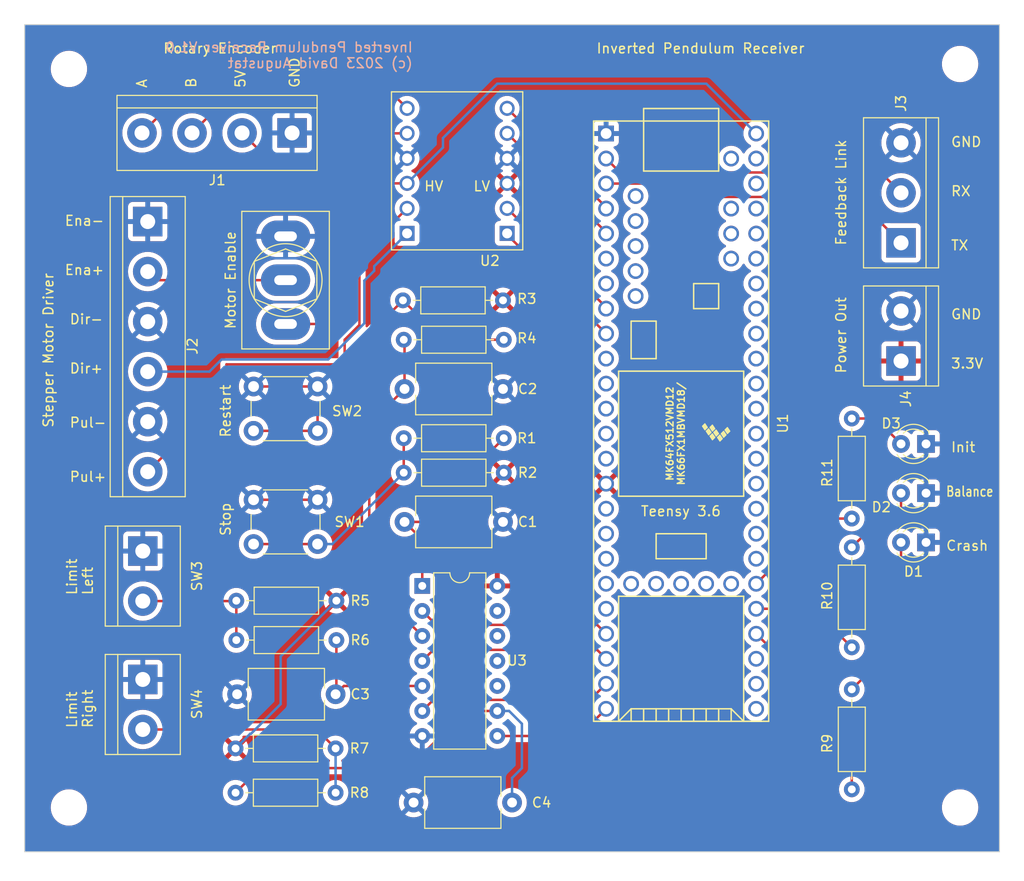
<source format=kicad_pcb>
(kicad_pcb (version 20221018) (generator pcbnew)
  (layers (0 "F.Cu" signal) (31 "B.Cu" signal) (34 "B.Paste" user) (35 "F.Paste" user) (36 "B.SilkS" user "B.Silkscreen") (37 "F.SilkS" user "F.Silkscreen") (38 "B.Mask" user) (39 "F.Mask" user) (44 "Edge.Cuts" user))
  (net 0 "")
  (net 1 "Net-(C1-Pad1)")
  (net 2 "GND")
  (net 3 "Net-(C2-Pad1)")
  (net 4 "Net-(C3-Pad1)")
  (net 5 "Net-(C4-Pad1)")
  (net 6 "Net-(D1-A)")
  (net 7 "Net-(D2-A)")
  (net 8 "Net-(D3-A)")
  (net 9 "Net-(J1-Pin_2)")
  (net 10 "Net-(J1-Pin_3)")
  (net 11 "Net-(J1-Pin_4)")
  (net 12 "Net-(J2-Pin_2)")
  (net 13 "Net-(J2-Pin_4)")
  (net 14 "Net-(J2-Pin_6)")
  (net 15 "Net-(J3-Pin_1)")
  (net 16 "Net-(J3-Pin_2)")
  (net 17 "Net-(R1-Pad1)")
  (net 18 "VCC")
  (net 19 "Net-(R3-Pad2)")
  (net 20 "Net-(R5-Pad2)")
  (net 21 "Net-(R7-Pad2)")
  (net 22 "Net-(U1-36_A17_PWM)")
  (net 23 "Net-(U1-37_A18_PWM_SCL1)")
  (net 24 "Net-(U1-38_A19_PWM_SDA1)")
  (net 31 "Net-(U1-29_PWM_CAN0TX_TOUCH)")
  (net 32 "Net-(U1-30_PWM_CAN0RX_TOUCH)")
  (net 33 "Net-(U1-31_A12_RX4_CS1)")
  (net 34 "Net-(U1-32_A13_TX4_SCK1)")
  (net 48 "Net-(U1-7_RX3_MISO0_SCL0)")
  (net 49 "Net-(U1-6_PWM)")
  (net 52 "Net-(U1-3_PWM_CAN0TX_SCL2)")
  (net 53 "Net-(U1-2_PWM)")
  (footprint "LED_THT:LED_D3.0mm" (layer "F.Cu") (at 187.54 111.08 180)
    (fp_text reference "D1" (at 1.27 -2.96) (layer "F.SilkS"))
    (fp_text value "LED")
    (pad "1" thru_hole rect (at 0 0 180) (size 1.8 1.8) (drill 0.9) (layers "*.Cu" "*.Mask") (net 2 "GND"))
    (pad "2" thru_hole circle (at 2.54 0 180) (size 1.8 1.8) (drill 0.9) (layers "*.Cu" "*.Mask") (net 6 "Net-(D1-A)"))
  )
  (footprint "Resistor_THT:R_Axial_DIN0207_L6.3mm_D2.5mm_P10.16mm_Horizontal" (layer "F.Cu") (at 117.42 132)
    (fp_text reference "R7" (at 12.58 0) (layer "F.SilkS"))
    (fp_text value "10k")
    (pad "1" thru_hole circle (at 0 0) (size 1.6 1.6) (drill 0.8) (layers "*.Cu" "*.Mask") (net 18 "VCC"))
    (pad "2" thru_hole oval (at 10.16 0) (size 1.6 1.6) (drill 0.8) (layers "*.Cu" "*.Mask") (net 21 "Net-(R7-Pad2)"))
  )
  (footprint "Capacitor_THT:C_Disc_D7.5mm_W5.0mm_P10.00mm" (layer "F.Cu") (at 134.58 109)
    (fp_text reference "C1" (at 12.5 0) (layer "F.SilkS"))
    (fp_text value "100nF")
    (pad "1" thru_hole circle (at 0 0) (size 2 2) (drill 1) (layers "*.Cu" "*.Mask") (net 1 "Net-(C1-Pad1)"))
    (pad "2" thru_hole circle (at 10 0) (size 2 2) (drill 1) (layers "*.Cu" "*.Mask") (net 2 "GND"))
  )
  (footprint "TerminalBlock:TerminalBlock_bornier-3_P5.08mm" (layer "F.Cu") (at 185 80.66 90)
    (fp_text reference "J3" (at 14.16 0 90) (layer "F.SilkS"))
    (fp_text value "Screw_Terminal_01x03")
    (pad "1" thru_hole rect (at 0 0 90) (size 3 3) (drill 1.52) (layers "*.Cu" "*.Mask") (net 15 "Net-(J3-Pin_1)"))
    (pad "2" thru_hole circle (at 5.08 0 90) (size 3 3) (drill 1.52) (layers "*.Cu" "*.Mask") (net 16 "Net-(J3-Pin_2)"))
    (pad "3" thru_hole circle (at 10.16 0 90) (size 3 3) (drill 1.52) (layers "*.Cu" "*.Mask") (net 2 "GND"))
  )
  (footprint "Resistor_THT:R_Axial_DIN0207_L6.3mm_D2.5mm_P10.16mm_Horizontal" (layer "F.Cu") (at 144.58 86.5 180)
    (fp_text reference "R3" (at -2.42 0.15) (layer "F.SilkS"))
    (fp_text value "10k")
    (pad "1" thru_hole circle (at 0 0 180) (size 1.6 1.6) (drill 0.8) (layers "*.Cu" "*.Mask") (net 18 "VCC"))
    (pad "2" thru_hole oval (at 10.16 0 180) (size 1.6 1.6) (drill 0.8) (layers "*.Cu" "*.Mask") (net 19 "Net-(R3-Pad2)"))
  )
  (footprint "Resistor_THT:R_Axial_DIN0207_L6.3mm_D2.5mm_P10.16mm_Horizontal" (layer "F.Cu") (at 180 126 -90)
    (fp_text reference "R9" (at 5.5 2.5 90) (layer "F.SilkS"))
    (fp_text value "82R")
    (pad "1" thru_hole circle (at 0 0 270) (size 1.6 1.6) (drill 0.8) (layers "*.Cu" "*.Mask") (net 6 "Net-(D1-A)"))
    (pad "2" thru_hole oval (at 10.16 0 270) (size 1.6 1.6) (drill 0.8) (layers "*.Cu" "*.Mask") (net 22 "Net-(U1-36_A17_PWM)"))
  )
  (footprint "Resistor_THT:R_Axial_DIN0207_L6.3mm_D2.5mm_P10.16mm_Horizontal" (layer "F.Cu") (at 134.5 100.5)
    (fp_text reference "R1" (at 12.5 0) (layer "F.SilkS"))
    (fp_text value "1k")
    (pad "1" thru_hole circle (at 0 0) (size 1.6 1.6) (drill 0.8) (layers "*.Cu" "*.Mask") (net 17 "Net-(R1-Pad1)"))
    (pad "2" thru_hole oval (at 10.16 0) (size 1.6 1.6) (drill 0.8) (layers "*.Cu" "*.Mask") (net 1 "Net-(C1-Pad1)"))
  )
  (footprint "Resistor_THT:R_Axial_DIN0207_L6.3mm_D2.5mm_P10.16mm_Horizontal" (layer "F.Cu") (at 180 98.5 -90)
    (fp_text reference "R11" (at 5.5 2.5 90) (layer "F.SilkS"))
    (fp_text value "82R")
    (pad "1" thru_hole circle (at 0 0 270) (size 1.6 1.6) (drill 0.8) (layers "*.Cu" "*.Mask") (net 8 "Net-(D3-A)"))
    (pad "2" thru_hole oval (at 10.16 0 270) (size 1.6 1.6) (drill 0.8) (layers "*.Cu" "*.Mask") (net 24 "Net-(U1-38_A19_PWM_SDA1)"))
  )
  (footprint "BOB-12009:CONV_BOB-12009" (layer "F.Cu") (at 139.92 73.35 180)
    (fp_text reference "U2" (at -3.325 -9.135) (layer "F.SilkS"))
    (fp_text value "BOB-12009")
    (pad "GND_1" thru_hole circle (at 5.08 1.27 180) (size 1.524 1.524) (drill 1.016) (layers "*.Cu" "*.Mask") (net 2 "GND"))
    (pad "GND_2" thru_hole circle (at -5.08 1.27 180) (size 1.524 1.524) (drill 1.016) (layers "*.Cu" "*.Mask") (net 2 "GND"))
    (pad "HV" thru_hole circle (at 5.08 -1.27 180) (size 1.524 1.524) (drill 1.016) (layers "*.Cu" "*.Mask") (net 9 "Net-(J1-Pin_2)"))
    (pad "HV1" thru_hole rect (at 5.08 -6.35 180) (size 1.524 1.524) (drill 1.016) (layers "*.Cu" "*.Mask") (net 13 "Net-(J2-Pin_4)"))
    (pad "HV2" thru_hole circle (at 5.08 -3.81 180) (size 1.524 1.524) (drill 1.016) (layers "*.Cu" "*.Mask") (net 14 "Net-(J2-Pin_6)"))
    (pad "HV3" thru_hole circle (at 5.08 3.81 180) (size 1.524 1.524) (drill 1.016) (layers "*.Cu" "*.Mask") (net 10 "Net-(J1-Pin_3)"))
    (pad "HV4" thru_hole circle (at 5.08 6.35 180) (size 1.524 1.524) (drill 1.016) (layers "*.Cu" "*.Mask") (net 11 "Net-(J1-Pin_4)"))
    (pad "LV" thru_hole circle (at -5.08 -1.27 180) (size 1.524 1.524) (drill 1.016) (layers "*.Cu" "*.Mask") (net 18 "VCC"))
    (pad "LV1" thru_hole rect (at -5.08 -6.35 180) (size 1.524 1.524) (drill 1.016) (layers "*.Cu" "*.Mask") (net 48 "Net-(U1-7_RX3_MISO0_SCL0)"))
    (pad "LV2" thru_hole circle (at -5.08 -3.81 180) (size 1.524 1.524) (drill 1.016) (layers "*.Cu" "*.Mask") (net 49 "Net-(U1-6_PWM)"))
    (pad "LV3" thru_hole circle (at -5.08 3.81 180) (size 1.524 1.524) (drill 1.016) (layers "*.Cu" "*.Mask") (net 52 "Net-(U1-3_PWM_CAN0TX_SCL2)"))
    (pad "LV4" thru_hole circle (at -5.08 6.35 180) (size 1.524 1.524) (drill 1.016) (layers "*.Cu" "*.Mask") (net 53 "Net-(U1-2_PWM)"))
  )
  (footprint "Resistor_THT:R_Axial_DIN0207_L6.3mm_D2.5mm_P10.16mm_Horizontal" (layer "F.Cu") (at 144.66 90.5 180)
    (fp_text reference "R4" (at -2.34 0.15) (layer "F.SilkS"))
    (fp_text value "1k")
    (pad "1" thru_hole circle (at 0 0 180) (size 1.6 1.6) (drill 0.8) (layers "*.Cu" "*.Mask") (net 19 "Net-(R3-Pad2)"))
    (pad "2" thru_hole oval (at 10.16 0 180) (size 1.6 1.6) (drill 0.8) (layers "*.Cu" "*.Mask") (net 3 "Net-(C2-Pad1)"))
  )
  (footprint "TerminalBlock:TerminalBlock_bornier-6_P5.08mm" (layer "F.Cu") (at 108.5 78.5 -90)
    (fp_text reference "J2" (at 12.65 -4.55 90) (layer "F.SilkS"))
    (fp_text value "Screw_Terminal_01x06 Motor")
    (pad "1" thru_hole rect (at 0 0 270) (size 3 3) (drill 1.52) (layers "*.Cu" "*.Mask") (net 2 "GND"))
    (pad "2" thru_hole circle (at 5.08 0 270) (size 3 3) (drill 1.52) (layers "*.Cu" "*.Mask") (net 12 "Net-(J2-Pin_2)"))
    (pad "3" thru_hole circle (at 10.16 0 270) (size 3 3) (drill 1.52) (layers "*.Cu" "*.Mask") (net 2 "GND"))
    (pad "4" thru_hole circle (at 15.24 0 270) (size 3 3) (drill 1.52) (layers "*.Cu" "*.Mask") (net 13 "Net-(J2-Pin_4)"))
    (pad "5" thru_hole circle (at 20.32 0 270) (size 3 3) (drill 1.52) (layers "*.Cu" "*.Mask") (net 2 "GND"))
    (pad "6" thru_hole circle (at 25.4 0 270) (size 3 3) (drill 1.52) (layers "*.Cu" "*.Mask") (net 14 "Net-(J2-Pin_6)"))
  )
  (footprint "LED_THT:LED_D3.0mm" (layer "F.Cu") (at 187.54 106.08 180)
    (fp_text reference "D2" (at 4.54 -1.42) (layer "F.SilkS"))
    (fp_text value "LED")
    (pad "1" thru_hole rect (at 0 0 180) (size 1.8 1.8) (drill 0.9) (layers "*.Cu" "*.Mask") (net 2 "GND"))
    (pad "2" thru_hole circle (at 2.54 0 180) (size 1.8 1.8) (drill 0.9) (layers "*.Cu" "*.Mask") (net 7 "Net-(D2-A)"))
  )
  (footprint "Resistor_THT:R_Axial_DIN0207_L6.3mm_D2.5mm_P10.16mm_Horizontal" (layer "F.Cu") (at 127.58 136.5 180)
    (fp_text reference "R8" (at -2.42 0) (layer "F.SilkS"))
    (fp_text value "1k")
    (pad "1" thru_hole circle (at 0 0 180) (size 1.6 1.6) (drill 0.8) (layers "*.Cu" "*.Mask") (net 21 "Net-(R7-Pad2)"))
    (pad "2" thru_hole oval (at 10.16 0 180) (size 1.6 1.6) (drill 0.8) (layers "*.Cu" "*.Mask") (net 5 "Net-(C4-Pad1)"))
  )
  (footprint "TerminalBlock:TerminalBlock_bornier-4_P5.08mm" (layer "F.Cu") (at 123.16 69.5 180)
    (fp_text reference "J1" (at 7.6 -4.8) (layer "F.SilkS"))
    (fp_text value "Screw_Terminal_01x04 Enc")
    (pad "1" thru_hole rect (at 0 0 180) (size 3 3) (drill 1.52) (layers "*.Cu" "*.Mask") (net 2 "GND"))
    (pad "2" thru_hole circle (at 5.08 0 180) (size 3 3) (drill 1.52) (layers "*.Cu" "*.Mask") (net 9 "Net-(J1-Pin_2)"))
    (pad "3" thru_hole circle (at 10.16 0 180) (size 3 3) (drill 1.52) (layers "*.Cu" "*.Mask") (net 10 "Net-(J1-Pin_3)"))
    (pad "4" thru_hole circle (at 15.24 0 180) (size 3 3) (drill 1.52) (layers "*.Cu" "*.Mask") (net 11 "Net-(J1-Pin_4)"))
  )
  (footprint "Capacitor_THT:C_Disc_D7.5mm_W5.0mm_P10.00mm" (layer "F.Cu") (at 145.5 137.5 180)
    (fp_text reference "C4" (at -3 0) (layer "F.SilkS"))
    (fp_text value "100nF")
    (pad "1" thru_hole circle (at 0 0 180) (size 2 2) (drill 1) (layers "*.Cu" "*.Mask") (net 5 "Net-(C4-Pad1)"))
    (pad "2" thru_hole circle (at 10 0 180) (size 2 2) (drill 1) (layers "*.Cu" "*.Mask") (net 2 "GND"))
  )
  (footprint "TerminalBlock:TerminalBlock_bornier-2_P5.08mm" (layer "F.Cu") (at 185 92.66 90)
    (fp_text reference "J4" (at -3.84 0.5 90) (layer "F.SilkS"))
    (fp_text value "Screw_Terminal_01x02")
    (pad "1" thru_hole rect (at 0 0 90) (size 3 3) (drill 1.52) (layers "*.Cu" "*.Mask") (net 18 "VCC"))
    (pad "2" thru_hole circle (at 5.08 0 90) (size 3 3) (drill 1.52) (layers "*.Cu" "*.Mask") (net 2 "GND"))
  )
  (footprint "teensy.pretty-master:Teensy35_36" (layer "F.Cu") (at 162.67 98.77 -90)
    (fp_text reference "U1" (at 0.23 -10.33 90) (layer "F.SilkS"))
    (fp_text value "Teensy3.6")
    (fp_text user "MK64FX512VMD12" (at 1.27 1.143 90) (layer "F.SilkS") (effects (font (size 0.7 0.7))))
    (fp_text user "MK66FX1MBVMD18/" (at 1.27 0 90) (layer "F.SilkS") (effects (font (size 0.7 0.7))))
    (pad "1" thru_hole rect (at -29.21 7.62 270) (size 1.6 1.6) (drill 1.1) (layers "*.Cu" "*.Mask") (net 2 "GND"))
    (pad "2" thru_hole circle (at -26.67 7.62 270) (size 1.6 1.6) (drill 1.1) (layers "*.Cu" "*.Mask") (net 16 "Net-(J3-Pin_2)"))
    (pad "3" thru_hole circle (at -24.13 7.62 270) (size 1.6 1.6) (drill 1.1) (layers "*.Cu" "*.Mask") (net 15 "Net-(J3-Pin_1)"))
    (pad "4" thru_hole circle (at -21.59 7.62 270) (size 1.6 1.6) (drill 1.1) (layers "*.Cu" "*.Mask") (net 53 "Net-(U1-2_PWM)"))
    (pad "5" thru_hole circle (at -19.05 7.62 270) (size 1.6 1.6) (drill 1.1) (layers "*.Cu" "*.Mask") (net 52 "Net-(U1-3_PWM_CAN0TX_SCL2)"))
    (pad "6" thru_hole circle (at -16.51 7.62 270) (size 1.6 1.6) (drill 1.1) (layers "*.Cu" "*.Mask"))
    (pad "7" thru_hole circle (at -13.97 7.62 270) (size 1.6 1.6) (drill 1.1) (layers "*.Cu" "*.Mask"))
    (pad "8" thru_hole circle (at -11.43 7.62 270) (size 1.6 1.6) (drill 1.1) (layers "*.Cu" "*.Mask") (net 49 "Net-(U1-6_PWM)"))
    (pad "9" thru_hole circle (at -8.89 7.62 270) (size 1.6 1.6) (drill 1.1) (layers "*.Cu" "*.Mask") (net 48 "Net-(U1-7_RX3_MISO0_SCL0)"))
    (pad "10" thru_hole circle (at -6.35 7.62 270) (size 1.6 1.6) (drill 1.1) (layers "*.Cu" "*.Mask"))
    (pad "11" thru_hole circle (at -3.81 7.62 270) (size 1.6 1.6) (drill 1.1) (layers "*.Cu" "*.Mask"))
    (pad "12" thru_hole circle (at -1.27 7.62 270) (size 1.6 1.6) (drill 1.1) (layers "*.Cu" "*.Mask"))
    (pad "13" thru_hole circle (at 1.27 7.62 270) (size 1.6 1.6) (drill 1.1) (layers "*.Cu" "*.Mask"))
    (pad "14" thru_hole circle (at 3.81 7.62 270) (size 1.6 1.6) (drill 1.1) (layers "*.Cu" "*.Mask"))
    (pad "15" thru_hole circle (at 6.35 7.62 270) (size 1.6 1.6) (drill 1.1) (layers "*.Cu" "*.Mask") (net 18 "VCC"))
    (pad "16" thru_hole circle (at 8.89 7.62 270) (size 1.6 1.6) (drill 1.1) (layers "*.Cu" "*.Mask"))
    (pad "17" thru_hole circle (at 11.43 7.62 270) (size 1.6 1.6) (drill 1.1) (layers "*.Cu" "*.Mask"))
    (pad "18" thru_hole circle (at 13.97 7.62 270) (size 1.6 1.6) (drill 1.1) (layers "*.Cu" "*.Mask"))
    (pad "19" thru_hole circle (at 16.51 7.62 270) (size 1.6 1.6) (drill 1.1) (layers "*.Cu" "*.Mask"))
    (pad "20" thru_hole circle (at 19.05 7.62 270) (size 1.6 1.6) (drill 1.1) (layers "*.Cu" "*.Mask"))
    (pad "21" thru_hole circle (at 21.59 7.62 270) (size 1.6 1.6) (drill 1.1) (layers "*.Cu" "*.Mask") (net 31 "Net-(U1-29_PWM_CAN0TX_TOUCH)"))
    (pad "22" thru_hole circle (at 24.13 7.62 270) (size 1.6 1.6) (drill 1.1) (layers "*.Cu" "*.Mask") (net 32 "Net-(U1-30_PWM_CAN0RX_TOUCH)"))
    (pad "23" thru_hole circle (at 26.67 7.62 270) (size 1.6 1.6) (drill 1.1) (layers "*.Cu" "*.Mask") (net 33 "Net-(U1-31_A12_RX4_CS1)"))
    (pad "24" thru_hole circle (at 29.21 7.62 270) (size 1.6 1.6) (drill 1.1) (layers "*.Cu" "*.Mask") (net 34 "Net-(U1-32_A13_TX4_SCK1)"))
    (pad "25" thru_hole circle (at 16.51 5.08 270) (size 1.6 1.6) (drill 1.1) (layers "*.Cu" "*.Mask"))
    (pad "26" thru_hole circle (at 16.51 2.54 270) (size 1.6 1.6) (drill 1.1) (layers "*.Cu" "*.Mask"))
    (pad "27" thru_hole circle (at 16.51 0 270) (size 1.6 1.6) (drill 1.1) (layers "*.Cu" "*.Mask"))
    (pad "28" thru_hole circle (at 16.51 -2.54 270) (size 1.6 1.6) (drill 1.1) (layers "*.Cu" "*.Mask"))
    (pad "29" thru_hole circle (at 16.51 -5.08 270) (size 1.6 1.6) (drill 1.1) (layers "*.Cu" "*.Mask"))
    (pad "30" thru_hole circle (at 29.21 -7.62 270) (size 1.6 1.6) (drill 1.1) (layers "*.Cu" "*.Mask"))
    (pad "31" thru_hole circle (at 26.67 -7.62 270) (size 1.6 1.6) (drill 1.1) (layers "*.Cu" "*.Mask"))
    (pad "32" thru_hole circle (at 24.13 -7.62 270) (size 1.6 1.6) (drill 1.1) (layers "*.Cu" "*.Mask"))
    (pad "33" thru_hole circle (at 21.59 -7.62 270) (size 1.6 1.6) (drill 1.1) (layers "*.Cu" "*.Mask") (net 22 "Net-(U1-36_A17_PWM)"))
    (pad "34" thru_hole circle (at 19.05 -7.62 270) (size 1.6 1.6) (drill 1.1) (layers "*.Cu" "*.Mask") (net 23 "Net-(U1-37_A18_PWM_SCL1)"))
    (pad "35" thru_hole circle (at 16.51 -7.62 270) (size 1.6 1.6) (drill 1.1) (layers "*.Cu" "*.Mask") (net 24 "Net-(U1-38_A19_PWM_SDA1)"))
    (pad "36" thru_hole circle (at 13.97 -7.62 270) (size 1.6 1.6) (drill 1.1) (layers "*.Cu" "*.Mask"))
    (pad "37" thru_hole circle (at 11.43 -7.62 270) (size 1.6 1.6) (drill 1.1) (layers "*.Cu" "*.Mask"))
    (pad "38" thru_hole circle (at 8.89 -7.62 270) (size 1.6 1.6) (drill 1.1) (layers "*.Cu" "*.Mask"))
    (pad "39" thru_hole circle (at 6.35 -7.62 270) (size 1.6 1.6) (drill 1.1) (layers "*.Cu" "*.Mask"))
    (pad "40" thru_hole circle (at 3.81 -7.62 270) (size 1.6 1.6) (drill 1.1) (layers "*.Cu" "*.Mask"))
    (pad "41" thru_hole circle (at 1.27 -7.62 270) (size 1.6 1.6) (drill 1.1) (layers "*.Cu" "*.Mask"))
    (pad "42" thru_hole circle (at -1.27 -7.62 270) (size 1.6 1.6) (drill 1.1) (layers "*.Cu" "*.Mask"))
    (pad "43" thru_hole circle (at -3.81 -7.62 270) (size 1.6 1.6) (drill 1.1) (layers "*.Cu" "*.Mask"))
    (pad "44" thru_hole circle (at -6.35 -7.62 270) (size 1.6 1.6) (drill 1.1) (layers "*.Cu" "*.Mask"))
    (pad "45" thru_hole circle (at -8.89 -7.62 270) (size 1.6 1.6) (drill 1.1) (layers "*.Cu" "*.Mask"))
    (pad "46" thru_hole circle (at -11.43 -7.62 270) (size 1.6 1.6) (drill 1.1) (layers "*.Cu" "*.Mask"))
    (pad "47" thru_hole circle (at -13.97 -7.62 270) (size 1.6 1.6) (drill 1.1) (layers "*.Cu" "*.Mask"))
    (pad "48" thru_hole circle (at -16.51 -7.62 270) (size 1.6 1.6) (drill 1.1) (layers "*.Cu" "*.Mask"))
    (pad "49" thru_hole circle (at -19.05 -7.62 270) (size 1.6 1.6) (drill 1.1) (layers "*.Cu" "*.Mask"))
    (pad "50" thru_hole circle (at -21.59 -7.62 270) (size 1.6 1.6) (drill 1.1) (layers "*.Cu" "*.Mask"))
    (pad "51" thru_hole circle (at -24.13 -7.62 270) (size 1.6 1.6) (drill 1.1) (layers "*.Cu" "*.Mask"))
    (pad "52" thru_hole circle (at -26.67 -7.62 270) (size 1.6 1.6) (drill 1.1) (layers "*.Cu" "*.Mask"))
    (pad "53" thru_hole circle (at -29.21 -7.62 270) (size 1.6 1.6) (drill 1.1) (layers "*.Cu" "*.Mask") (net 9 "Net-(J1-Pin_2)"))
    (pad "54" thru_hole circle (at -26.67 -5.08 270) (size 1.6 1.6) (drill 1.1) (layers "*.Cu" "*.Mask"))
    (pad "55" thru_hole circle (at -21.59 -5.08 270) (size 1.6 1.6) (drill 1.1) (layers "*.Cu" "*.Mask"))
    (pad "56" thru_hole circle (at -19.05 -5.08 270) (size 1.6 1.6) (drill 1.1) (layers "*.Cu" "*.Mask"))
    (pad "57" thru_hole circle (at -16.51 -5.08 270) (size 1.6 1.6) (drill 1.1) (layers "*.Cu" "*.Mask"))
    (pad "58" thru_hole circle (at -22.86 4.62 270) (size 1.6 1.6) (drill 1.1) (layers "*.Cu" "*.Mask"))
    (pad "59" thru_hole circle (at -20.32 4.62 270) (size 1.6 1.6) (drill 1.1) (layers "*.Cu" "*.Mask"))
    (pad "60" thru_hole circle (at -17.78 4.62 270) (size 1.6 1.6) (drill 1.1) (layers "*.Cu" "*.Mask"))
    (pad "61" thru_hole circle (at -15.24 4.62 270) (size 1.6 1.6) (drill 1.1) (layers "*.Cu" "*.Mask"))
    (pad "62" thru_hole circle (at -12.7 4.62 270) (size 1.6 1.6) (drill 1.1) (layers "*.Cu" "*.Mask"))
  )
  (footprint "LED_THT:LED_D3.0mm" (layer "F.Cu") (at 187.54 101.08 180)
    (fp_text reference "D3" (at 3.54 2.08) (layer "F.SilkS"))
    (fp_text value "LED")
    (pad "1" thru_hole rect (at 0 0 180) (size 1.8 1.8) (drill 0.9) (layers "*.Cu" "*.Mask") (net 2 "GND"))
    (pad "2" thru_hole circle (at 2.54 0 180) (size 1.8 1.8) (drill 0.9) (layers "*.Cu" "*.Mask") (net 8 "Net-(D3-A)"))
  )
  (footprint "TerminalBlock:TerminalBlock_bornier-2_P5.08mm" (layer "F.Cu") (at 108 125 -90)
    (fp_text reference "SW4" (at 2.5 -5.5 90) (layer "F.SilkS"))
    (fp_text value "SW_Push")
    (pad "1" thru_hole rect (at 0 0 270) (size 3 3) (drill 1.52) (layers "*.Cu" "*.Mask") (net 2 "GND"))
    (pad "2" thru_hole circle (at 5.08 0 270) (size 3 3) (drill 1.52) (layers "*.Cu" "*.Mask") (net 21 "Net-(R7-Pad2)"))
  )
  (footprint "Resistor_THT:R_Axial_DIN0207_L6.3mm_D2.5mm_P10.16mm_Horizontal" (layer "F.Cu") (at 144.66 104 180)
    (fp_text reference "R2" (at -2.42 0) (layer "F.SilkS"))
    (fp_text value "10k")
    (pad "1" thru_hole circle (at 0 0 180) (size 1.6 1.6) (drill 0.8) (layers "*.Cu" "*.Mask") (net 18 "VCC"))
    (pad "2" thru_hole oval (at 10.16 0 180) (size 1.6 1.6) (drill 0.8) (layers "*.Cu" "*.Mask") (net 17 "Net-(R1-Pad1)"))
  )
  (footprint "Package_DIP:DIP-14_W7.62mm" (layer "F.Cu") (at 136.38 115.5)
    (fp_text reference "U3" (at 9.62 7.58) (layer "F.SilkS"))
    (fp_text value "74HC14")
    (pad "1" thru_hole rect (at 0 0) (size 1.6 1.6) (drill 0.8) (layers "*.Cu" "*.Mask") (net 1 "Net-(C1-Pad1)"))
    (pad "2" thru_hole oval (at 0 2.54) (size 1.6 1.6) (drill 0.8) (layers "*.Cu" "*.Mask") (net 31 "Net-(U1-29_PWM_CAN0TX_TOUCH)"))
    (pad "3" thru_hole oval (at 0 5.08) (size 1.6 1.6) (drill 0.8) (layers "*.Cu" "*.Mask") (net 3 "Net-(C2-Pad1)"))
    (pad "4" thru_hole oval (at 0 7.62) (size 1.6 1.6) (drill 0.8) (layers "*.Cu" "*.Mask") (net 32 "Net-(U1-30_PWM_CAN0RX_TOUCH)"))
    (pad "5" thru_hole oval (at 0 10.16) (size 1.6 1.6) (drill 0.8) (layers "*.Cu" "*.Mask") (net 4 "Net-(C3-Pad1)"))
    (pad "6" thru_hole oval (at 0 12.7) (size 1.6 1.6) (drill 0.8) (layers "*.Cu" "*.Mask") (net 33 "Net-(U1-31_A12_RX4_CS1)"))
    (pad "7" thru_hole oval (at 0 15.24) (size 1.6 1.6) (drill 0.8) (layers "*.Cu" "*.Mask") (net 2 "GND"))
    (pad "8" thru_hole oval (at 7.62 15.24) (size 1.6 1.6) (drill 0.8) (layers "*.Cu" "*.Mask") (net 34 "Net-(U1-32_A13_TX4_SCK1)"))
    (pad "9" thru_hole oval (at 7.62 12.7) (size 1.6 1.6) (drill 0.8) (layers "*.Cu" "*.Mask") (net 5 "Net-(C4-Pad1)"))
    (pad "10" thru_hole oval (at 7.62 10.16) (size 1.6 1.6) (drill 0.8) (layers "*.Cu" "*.Mask"))
    (pad "11" thru_hole oval (at 7.62 7.62) (size 1.6 1.6) (drill 0.8) (layers "*.Cu" "*.Mask"))
    (pad "12" thru_hole oval (at 7.62 5.08) (size 1.6 1.6) (drill 0.8) (layers "*.Cu" "*.Mask"))
    (pad "13" thru_hole oval (at 7.62 2.54) (size 1.6 1.6) (drill 0.8) (layers "*.Cu" "*.Mask"))
    (pad "14" thru_hole oval (at 7.62 0) (size 1.6 1.6) (drill 0.8) (layers "*.Cu" "*.Mask") (net 18 "VCC"))
  )
  (footprint "Capacitor_THT:C_Disc_D7.5mm_W5.0mm_P10.00mm" (layer "F.Cu") (at 134.58 95.5)
    (fp_text reference "C2" (at 12.5 0) (layer "F.SilkS"))
    (fp_text value "100nF")
    (pad "1" thru_hole circle (at 0 0) (size 2 2) (drill 1) (layers "*.Cu" "*.Mask") (net 3 "Net-(C2-Pad1)"))
    (pad "2" thru_hole circle (at 10 0) (size 2 2) (drill 1) (layers "*.Cu" "*.Mask") (net 2 "GND"))
  )
  (footprint "MountingHole:MountingHole_3.2mm_M3" (layer "F.Cu") (at 100.5 138)
    (fp_text reference "REF**" hide)
    (fp_text value "MountingHole_3.2mm_M3")
    (pad "" np_thru_hole circle (at 0 0) (size 3.2 3.2) (drill 3.2) (layers "*.Cu" "*.Mask"))
  )
  (footprint "Resistor_THT:R_Axial_DIN0207_L6.3mm_D2.5mm_P10.16mm_Horizontal" (layer "F.Cu") (at 180 111.58 -90)
    (fp_text reference "R10" (at 4.92 2.5 90) (layer "F.SilkS"))
    (fp_text value "82R")
    (pad "1" thru_hole circle (at 0 0 270) (size 1.6 1.6) (drill 0.8) (layers "*.Cu" "*.Mask") (net 7 "Net-(D2-A)"))
    (pad "2" thru_hole oval (at 10.16 0 270) (size 1.6 1.6) (drill 0.8) (layers "*.Cu" "*.Mask") (net 23 "Net-(U1-37_A18_PWM_SCL1)"))
  )
  (footprint "MountingHole:MountingHole_3.2mm_M3" (layer "F.Cu") (at 100.5 63)
    (fp_text reference "REF**" hide)
    (fp_text value "MountingHole_3.2mm_M3")
    (pad "" np_thru_hole circle (at 0 0) (size 3.2 3.2) (drill 3.2) (layers "*.Cu" "*.Mask"))
  )
  (footprint "TerminalBlock:TerminalBlock_bornier-2_P5.08mm" (layer "F.Cu") (at 108 111.96 -90)
    (fp_text reference "SW3" (at 2.54 -5.5 90) (layer "F.SilkS"))
    (fp_text value "SW_Push")
    (pad "1" thru_hole rect (at 0 0 270) (size 3 3) (drill 1.52) (layers "*.Cu" "*.Mask") (net 2 "GND"))
    (pad "2" thru_hole circle (at 5.08 0 270) (size 3 3) (drill 1.52) (layers "*.Cu" "*.Mask") (net 20 "Net-(R5-Pad2)"))
  )
  (footprint "Button_Switch_THT:SW_PUSH_6mm_H5mm" (layer "F.Cu") (at 119.25 95.25)
    (fp_text reference "SW2" (at 9.5 2.5) (layer "F.SilkS"))
    (fp_text value "SW_Push")
    (pad "1" thru_hole circle (at 0 0 90) (size 2 2) (drill 1.1) (layers "*.Cu" "*.Mask") (net 2 "GND"))
    (pad "1" thru_hole circle (at 6.5 0 90) (size 2 2) (drill 1.1) (layers "*.Cu" "*.Mask") (net 2 "GND"))
    (pad "2" thru_hole circle (at 0 4.5 90) (size 2 2) (drill 1.1) (layers "*.Cu" "*.Mask") (net 19 "Net-(R3-Pad2)"))
    (pad "2" thru_hole circle (at 6.5 4.5 90) (size 2 2) (drill 1.1) (layers "*.Cu" "*.Mask") (net 19 "Net-(R3-Pad2)"))
  )
  (footprint "toggle-switch:SW_Toggle_Blue_wSlots" (layer "F.Cu") (at 122.5 84.45 90)
    (fp_text reference "SW5" hide)
    (fp_text value "SW_DPDT_x2")
    (pad "1" thru_hole oval (at -4.45 0 90) (size 3.2 5) (drill oval 1 2.3) (layers "*.Cu" "*.Mask") (net 9 "Net-(J1-Pin_2)"))
    (pad "2" thru_hole oval (at 0 0 90) (size 3.2 5) (drill oval 1 2.3) (layers "*.Cu" "*.Mask") (net 12 "Net-(J2-Pin_2)"))
    (pad "3" thru_hole oval (at 4.45 0 90) (size 3.2 5) (drill oval 1 2.3) (layers "*.Cu" "*.Mask") (net 2 "GND"))
  )
  (footprint "MountingHole:MountingHole_3.2mm_M3" (layer "F.Cu") (at 191 62.5)
    (fp_text reference "REF**" hide)
    (fp_text value "MountingHole_3.2mm_M3")
    (pad "" np_thru_hole circle (at 0 0) (size 3.2 3.2) (drill 3.2) (layers "*.Cu" "*.Mask"))
  )
  (footprint "Button_Switch_THT:SW_PUSH_6mm_H5mm" (layer "F.Cu") (at 119.25 106.75)
    (fp_text reference "SW1" (at 9.75 2.25) (layer "F.SilkS"))
    (fp_text value "SW_Push")
    (pad "1" thru_hole circle (at 0 0 90) (size 2 2) (drill 1.1) (layers "*.Cu" "*.Mask") (net 2 "GND"))
    (pad "1" thru_hole circle (at 6.5 0 90) (size 2 2) (drill 1.1) (layers "*.Cu" "*.Mask") (net 2 "GND"))
    (pad "2" thru_hole circle (at 0 4.5 90) (size 2 2) (drill 1.1) (layers "*.Cu" "*.Mask") (net 17 "Net-(R1-Pad1)"))
    (pad "2" thru_hole circle (at 6.5 4.5 90) (size 2 2) (drill 1.1) (layers "*.Cu" "*.Mask") (net 17 "Net-(R1-Pad1)"))
  )
  (footprint "Resistor_THT:R_Axial_DIN0207_L6.3mm_D2.5mm_P10.16mm_Horizontal" (layer "F.Cu") (at 117.5 121)
    (fp_text reference "R6" (at 12.58 0) (layer "F.SilkS"))
    (fp_text value "1k")
    (pad "1" thru_hole circle (at 0 0) (size 1.6 1.6) (drill 0.8) (layers "*.Cu" "*.Mask") (net 20 "Net-(R5-Pad2)"))
    (pad "2" thru_hole oval (at 10.16 0) (size 1.6 1.6) (drill 0.8) (layers "*.Cu" "*.Mask") (net 4 "Net-(C3-Pad1)"))
  )
  (footprint "MountingHole:MountingHole_3.2mm_M3" (layer "F.Cu") (at 191 138)
    (fp_text reference "REF**" hide)
    (fp_text value "MountingHole_3.2mm_M3")
    (pad "" np_thru_hole circle (at 0 0) (size 3.2 3.2) (drill 3.2) (layers "*.Cu" "*.Mask"))
  )
  (footprint "Resistor_THT:R_Axial_DIN0207_L6.3mm_D2.5mm_P10.16mm_Horizontal" (layer "F.Cu") (at 127.66 117 180)
    (fp_text reference "R5" (at -2.42 0) (layer "F.SilkS"))
    (fp_text value "10k")
    (pad "1" thru_hole circle (at 0 0 180) (size 1.6 1.6) (drill 0.8) (layers "*.Cu" "*.Mask") (net 18 "VCC"))
    (pad "2" thru_hole oval (at 10.16 0 180) (size 1.6 1.6) (drill 0.8) (layers "*.Cu" "*.Mask") (net 20 "Net-(R5-Pad2)"))
  )
  (footprint "Capacitor_THT:C_Disc_D7.5mm_W5.0mm_P10.00mm" (layer "F.Cu") (at 127.58 126.5 180)
    (fp_text reference "C3" (at -2.5 0) (layer "F.SilkS"))
    (fp_text value "100nF")
    (pad "1" thru_hole circle (at 0 0 180) (size 2 2) (drill 1) (layers "*.Cu" "*.Mask") (net 4 "Net-(C3-Pad1)"))
    (pad "2" thru_hole circle (at 10 0 180) (size 2 2) (drill 1) (layers "*.Cu" "*.Mask") (net 2 "GND"))
  )
  (gr_rect (start 96 58.5) (end 195 142.5) (stroke (width 0.1)) (fill none) (layer "Edge.Cuts"))
  (gr_text "Inverted Pendulum Receiver V1.0\n(c) 2023 David Augustat" (at 135.5 63) (layer "B.SilkS") (effects (font (size 1 1)) (justify left bottom mirror)))
  (gr_text "Balance" (at 189.5 106.5) (layer "F.SilkS") (effects (font (size 1 0.8)) (justify left bottom)))
  (gr_text "RX" (at 190 76) (layer "F.SilkS") (effects (font (size 1 1)) (justify left bottom)))
  (gr_text "Limit\nRight" (at 103 130 90) (layer "F.SilkS") (effects (font (size 1 1)) (justify left bottom)))
  (gr_text "Ena+" (at 100 84) (layer "F.SilkS") (effects (font (size 1 1)) (justify left bottom)))
  (gr_text "Dir+" (at 100.5 94) (layer "F.SilkS") (effects (font (size 1 1)) (justify left bottom)))
  (gr_text "Feedback Link" (at 179.5 81 90) (layer "F.SilkS") (effects (font (size 1 1)) (justify left bottom)))
  (gr_text "HV" (at 136.5 75.5) (layer "F.SilkS") (effects (font (size 1 1)) (justify left bottom)))
  (gr_text "Inverted Pendulum Receiver" (at 154 61.5) (layer "F.SilkS") (effects (font (size 1 1)) (justify left bottom)))
  (gr_text "Crash" (at 189.5 112) (layer "F.SilkS") (effects (font (size 1 1)) (justify left bottom)))
  (gr_text "Ena-" (at 100 79) (layer "F.SilkS") (effects (font (size 1 1)) (justify left bottom)))
  (gr_text "Pul+" (at 100.5 105) (layer "F.SilkS") (effects (font (size 1 1)) (justify left bottom)))
  (gr_text "Stepper Motor Driver" (at 99 99.5 90) (layer "F.SilkS") (effects (font (size 1 1)) (justify left bottom)))
  (gr_text "3.3V" (at 190 93.5) (layer "F.SilkS") (effects (font (size 1 1)) (justify left bottom)))
  (gr_text "Rotary Encoder" (at 110 61.5) (layer "F.SilkS") (effects (font (size 1 1)) (justify left bottom)))
  (gr_text "Motor Enable" (at 117.5 89.5 90) (layer "F.SilkS") (effects (font (size 1 1)) (justify left bottom)))
  (gr_text "B" (at 113.5 65 90) (layer "F.SilkS") (effects (font (size 1 1)) (justify left bottom)))
  (gr_text "TX" (at 190 81.5) (layer "F.SilkS") (effects (font (size 1 1)) (justify left bottom)))
  (gr_text "Pul-" (at 100.5 99.5) (layer "F.SilkS") (effects (font (size 1 1)) (justify left bottom)))
  (gr_text "GND" (at 124 65 90) (layer "F.SilkS") (effects (font (size 1 1)) (justify left bottom)))
  (gr_text "A" (at 108.5 65 90) (layer "F.SilkS") (effects (font (size 1 1)) (justify left bottom)))
  (gr_text "GND" (at 190 71) (layer "F.SilkS") (effects (font (size 1 1)) (justify left bottom)))
  (gr_text "Stop" (at 117 110.5 90) (layer "F.SilkS") (effects (font (size 1 1)) (justify left bottom)))
  (gr_text "Power Out" (at 179.5 94 90) (layer "F.SilkS") (effects (font (size 1 1)) (justify left bottom)))
  (gr_text "LV" (at 141.5 75.5) (layer "F.SilkS") (effects (font (size 1 1)) (justify left bottom)))
  (gr_text "Limit\nLeft" (at 103 116.5 90) (layer "F.SilkS") (effects (font (size 1 1)) (justify left bottom)))
  (gr_text "GND" (at 190 88.5) (layer "F.SilkS") (effects (font (size 1 1)) (justify left bottom)))
  (gr_text "Dir-" (at 100.5 89) (layer "F.SilkS") (effects (font (size 1 1)) (justify left bottom)))
  (gr_text "Teensy 3.6" (at 158.5 108.5) (layer "F.SilkS") (effects (font (size 1 1)) (justify left bottom)))
  (gr_text "5V" (at 118.5 65 90) (layer "F.SilkS") (effects (font (size 1 1)) (justify left bottom)))
  (gr_text "Init" (at 190 102) (layer "F.SilkS") (effects (font (size 1 1)) (justify left bottom)))
  (gr_text "Restart" (at 117 100.5 90) (layer "F.SilkS") (effects (font (size 1 1)) (justify left bottom)))
  (segment (start 134.58 109) (end 136.16 109) (width 0.25) (layer "F.Cu") (net 1))
  (segment (start 136.38 115.5) (end 136.38 110.8) (width 0.25) (layer "F.Cu") (net 1))
  (segment (start 136.16 109) (end 144.66 100.5) (width 0.25) (layer "F.Cu") (net 1))
  (segment (start 136.38 110.8) (end 134.58 109) (width 0.25) (layer "F.Cu") (net 1))
  (segment (start 119.25 95.25) (end 125.75 95.25) (width 0.25) (layer "F.Cu") (net 2))
  (segment (start 119.25 106.75) (end 125.75 106.75) (width 0.25) (layer "F.Cu") (net 2))
  (segment (start 131 115.2) (end 131 99) (width 0.25) (layer "F.Cu") (net 3))
  (segment (start 134.58 95.5) (end 134.58 90.58) (width 0.25) (layer "F.Cu") (net 3))
  (segment (start 131 99) (end 131.08 99) (width 0.25) (layer "F.Cu") (net 3))
  (segment (start 131.08 99) (end 134.58 95.5) (width 0.25) (layer "F.Cu") (net 3))
  (segment (start 136.38 120.58) (end 131 115.2) (width 0.25) (layer "F.Cu") (net 3))
  (segment (start 134.58 90.58) (end 134.5 90.5) (width 0.25) (layer "F.Cu") (net 3))
  (segment (start 136.38 125.66) (end 128.42 125.66) (width 0.25) (layer "F.Cu") (net 4))
  (segment (start 128.42 125.66) (end 127.58 126.5) (width 0.25) (layer "F.Cu") (net 4))
  (segment (start 127.66 126.42) (end 127.58 126.5) (width 0.25) (layer "F.Cu") (net 4))
  (segment (start 127.66 121) (end 127.66 126.42) (width 0.25) (layer "F.Cu") (net 4))
  (segment (start 135 134) (end 119.92 134) (width 0.25) (layer "F.Cu") (net 5))
  (segment (start 140.8 128.2) (end 135 134) (width 0.25) (layer "F.Cu") (net 5))
  (segment (start 119.92 134) (end 117.42 136.5) (width 0.25) (layer "F.Cu") (net 5))
  (segment (start 144 128.2) (end 140.8 128.2) (width 0.25) (layer "F.Cu") (net 5))
  (segment (start 146.5 129.5) (end 146.5 134) (width 0.25) (layer "B.Cu") (net 5))
  (segment (start 145.5 135) (end 145.5 137.5) (width 0.25) (layer "B.Cu") (net 5))
  (segment (start 146.5 134) (end 145.5 135) (width 0.25) (layer "B.Cu") (net 5))
  (segment (start 144 128.2) (end 145.2 128.2) (width 0.25) (layer "B.Cu") (net 5))
  (segment (start 145.2 128.2) (end 146.5 129.5) (width 0.25) (layer "B.Cu") (net 5))
  (segment (start 185 111.08) (end 185 121) (width 0.25) (layer "F.Cu") (net 6))
  (segment (start 185 121) (end 180 126) (width 0.25) (layer "F.Cu") (net 6))
  (segment (start 185 106.08) (end 185 107.5) (width 0.25) (layer "F.Cu") (net 7))
  (segment (start 185 107.5) (end 183 109.5) (width 0.25) (layer "F.Cu") (net 7))
  (segment (start 182.08 109.5) (end 180 111.58) (width 0.25) (layer "F.Cu") (net 7))
  (segment (start 183 109.5) (end 182.08 109.5) (width 0.25) (layer "F.Cu") (net 7))
  (segment (start 182.42 98.5) (end 185 101.08) (width 0.25) (layer "F.Cu") (net 8))
  (segment (start 180 98.5) (end 182.42 98.5) (width 0.25) (layer "F.Cu") (net 8))
  (segment (start 122.5 88.9) (end 126.6 88.9) (width 0.25) (layer "F.Cu") (net 9))
  (segment (start 128 74.62) (end 128.5 74.62) (width 0.25) (layer "F.Cu") (net 9))
  (segment (start 126.6 88.9) (end 128 87.5) (width 0.25) (layer "F.Cu") (net 9))
  (segment (start 118.08 69.5) (end 123.2 74.62) (width 0.25) (layer "F.Cu") (net 9))
  (segment (start 128.5 74.62) (end 134.84 74.62) (width 0.25) (layer "F.Cu") (net 9))
  (segment (start 123.2 74.62) (end 128 74.62) (width 0.25) (layer "F.Cu") (net 9))
  (segment (start 128 87.5) (end 128 74.62) (width 0.25) (layer "F.Cu") (net 9))
  (segment (start 138.485 70.015) (end 144 64.5) (width 0.25) (layer "B.Cu") (net 9))
  (segment (start 134.84 74.62) (end 138.485 70.975) (width 0.25) (layer "B.Cu") (net 9))
  (segment (start 165.23 64.5) (end 170.29 69.56) (width 0.25) (layer "B.Cu") (net 9))
  (segment (start 138.485 70.975) (end 138.485 70.015) (width 0.25) (layer "B.Cu") (net 9))
  (segment (start 144 64.5) (end 165.23 64.5) (width 0.25) (layer "B.Cu") (net 9))
  (segment (start 113 69.5) (end 115.5 67) (width 0.25) (layer "F.Cu") (net 10))
  (segment (start 115.5 67) (end 128 67) (width 0.25) (layer "F.Cu") (net 10))
  (segment (start 128 67) (end 130.54 69.54) (width 0.25) (layer "F.Cu") (net 10))
  (segment (start 130.54 69.54) (end 134.84 69.54) (width 0.25) (layer "F.Cu") (net 10))
  (segment (start 107.92 69.5) (end 111.42 66) (width 0.25) (layer "F.Cu") (net 11))
  (segment (start 111.42 66) (end 133.84 66) (width 0.25) (layer "F.Cu") (net 11))
  (segment (start 133.84 66) (end 134.84 67) (width 0.25) (layer "F.Cu") (net 11))
  (segment (start 122.13 83.58) (end 123 84.45) (width 0.25) (layer "F.Cu") (net 12))
  (segment (start 109.37 84.45) (end 108.5 83.58) (width 0.25) (layer "F.Cu") (net 12))
  (segment (start 122.5 84.45) (end 109.37 84.45) (width 0.25) (layer "F.Cu") (net 12))
  (segment (start 130.5 88.829009) (end 130.5 84.5) (width 0.25) (layer "B.Cu") (net 13))
  (segment (start 108.5 93.74) (end 114.76 93.74) (width 0.25) (layer "B.Cu") (net 13))
  (segment (start 131.5 83.04) (end 134.84 79.7) (width 0.25) (layer "B.Cu") (net 13))
  (segment (start 116 92.5) (end 126.829009 92.5) (width 0.25) (layer "B.Cu") (net 13))
  (segment (start 131.5 83.5) (end 131.5 83.04) (width 0.25) (layer "B.Cu") (net 13))
  (segment (start 126.829009 92.5) (end 130.5 88.829009) (width 0.25) (layer "B.Cu") (net 13))
  (segment (start 114.76 93.74) (end 116 92.5) (width 0.25) (layer "B.Cu") (net 13))
  (segment (start 130.5 84.5) (end 131.5 83.5) (width 0.25) (layer "B.Cu") (net 13))
  (segment (start 128.5 90.5) (end 130 89) (width 0.25) (layer "F.Cu") (net 14))
  (segment (start 116.5 95.9) (end 116.5 93) (width 0.25) (layer "F.Cu") (net 14))
  (segment (start 130 89) (end 130 82) (width 0.25) (layer "F.Cu") (net 14))
  (segment (start 128.5 93) (end 128.5 90.5) (width 0.25) (layer "F.Cu") (net 14))
  (segment (start 130 82) (end 134.84 77.16) (width 0.25) (layer "F.Cu") (net 14))
  (segment (start 116.5 93) (end 128.5 93) (width 0.25) (layer "F.Cu") (net 14))
  (segment (start 108.5 103.9) (end 116.5 95.9) (width 0.25) (layer "F.Cu") (net 14))
  (segment (start 160.5 74.5) (end 160.36 74.64) (width 0.25) (layer "F.Cu") (net 15))
  (segment (start 162 76) (end 160.5 74.5) (width 0.25) (layer "F.Cu") (net 15))
  (segment (start 185 80.66) (end 180.34 76) (width 0.25) (layer "F.Cu") (net 15))
  (segment (start 160.36 74.64) (end 155.05 74.64) (width 0.25) (layer "F.Cu") (net 15))
  (segment (start 180.34 76) (end 162 76) (width 0.25) (layer "F.Cu") (net 15))
  (segment (start 156.465 73.515) (end 155.05 72.1) (width 0.25) (layer "F.Cu") (net 16))
  (segment (start 182.935 73.515) (end 156.465 73.515) (width 0.25) (layer "F.Cu") (net 16))
  (segment (start 185 75.58) (end 182.935 73.515) (width 0.25) (layer "F.Cu") (net 16))
  (segment (start 119.25 111.25) (end 125.75 111.25) (width 0.25) (layer "F.Cu") (net 17))
  (segment (start 134.5 104) (end 134.5 100.5) (width 0.25) (layer "F.Cu") (net 17))
  (segment (start 125.75 111.25) (end 127.25 111.25) (width 0.25) (layer "B.Cu") (net 17))
  (segment (start 127.25 111.25) (end 134.5 104) (width 0.25) (layer "B.Cu") (net 17))
  (segment (start 122 122.66) (end 127.66 117) (width 0.25) (layer "B.Cu") (net 18))
  (segment (start 118.985 130.515) (end 122 127.5) (width 0.25) (layer "B.Cu") (net 18))
  (segment (start 122 127.5) (end 122 122.66) (width 0.25) (layer "B.Cu") (net 18))
  (segment (start 118.905 130.515) (end 118.985 130.515) (width 0.25) (layer "B.Cu") (net 18))
  (segment (start 117.42 132) (end 118.905 130.515) (width 0.25) (layer "B.Cu") (net 18))
  (segment (start 131 89.92) (end 134.42 86.5) (width 0.25) (layer "F.Cu") (net 19))
  (segment (start 125.75 99.75) (end 125.75 97.659009) (width 0.25) (layer "F.Cu") (net 19))
  (segment (start 131 92.409009) (end 131 89.92) (width 0.25) (layer "F.Cu") (net 19))
  (segment (start 144.66 90.5) (end 138.42 90.5) (width 0.25) (layer "F.Cu") (net 19))
  (segment (start 125.75 97.659009) (end 131 92.409009) (width 0.25) (layer "F.Cu") (net 19))
  (segment (start 138.42 90.5) (end 134.42 86.5) (width 0.25) (layer "F.Cu") (net 19))
  (segment (start 119.25 99.75) (end 125.75 99.75) (width 0.25) (layer "F.Cu") (net 19))
  (segment (start 117.5 117) (end 117.5 121) (width 0.25) (layer "F.Cu") (net 20))
  (segment (start 108 117.04) (end 117.46 117.04) (width 0.25) (layer "F.Cu") (net 20))
  (segment (start 117.46 117.04) (end 117.5 117) (width 0.25) (layer "F.Cu") (net 20))
  (segment (start 108 130.08) (end 125.66 130.08) (width 0.25) (layer "F.Cu") (net 21))
  (segment (start 125.66 130.08) (end 127.58 132) (width 0.25) (layer "F.Cu") (net 21))
  (segment (start 127.58 136.5) (end 127.58 132) (width 0.25) (layer "B.Cu") (net 21))
  (segment (start 180 130.07) (end 180 136.16) (width 0.25) (layer "F.Cu") (net 22))
  (segment (start 170.29 120.36) (end 180 130.07) (width 0.25) (layer "F.Cu") (net 22))
  (segment (start 176.08 117.82) (end 180 121.74) (width 0.25) (layer "F.Cu") (net 23))
  (segment (start 170.29 117.82) (end 176.08 117.82) (width 0.25) (layer "F.Cu") (net 23))
  (segment (start 176.91 108.66) (end 170.29 115.28) (width 0.25) (layer "F.Cu") (net 24))
  (segment (start 180 108.66) (end 176.91 108.66) (width 0.25) (layer "F.Cu") (net 24))
  (segment (start 137.795 119.455) (end 154.145 119.455) (width 0.25) (layer "F.Cu") (net 31))
  (segment (start 154.145 119.455) (end 155.05 120.36) (width 0.25) (layer "F.Cu") (net 31))
  (segment (start 136.38 118.04) (end 137.795 119.455) (width 0.25) (layer "F.Cu") (net 31))
  (segment (start 137.505 121.995) (end 136.38 123.12) (width 0.25) (layer "F.Cu") (net 32))
  (segment (start 155.05 122.9) (end 154.145 121.995) (width 0.25) (layer "F.Cu") (net 32))
  (segment (start 154.145 121.995) (end 137.505 121.995) (width 0.25) (layer "F.Cu") (net 32))
  (segment (start 136.38 128.2) (end 137.505 127.075) (width 0.25) (layer "F.Cu") (net 33))
  (segment (start 153.415 127.075) (end 155.05 125.44) (width 0.25) (layer "F.Cu") (net 33))
  (segment (start 137.505 127.075) (end 153.415 127.075) (width 0.25) (layer "F.Cu") (net 33))
  (segment (start 144 130.74) (end 152.29 130.74) (width 0.25) (layer "F.Cu") (net 34))
  (segment (start 152.29 130.74) (end 155.05 127.98) (width 0.25) (layer "F.Cu") (net 34))
  (segment (start 145 79.83) (end 155.05 89.88) (width 0.25) (layer "F.Cu") (net 48))
  (segment (start 145 79.7) (end 145 79.83) (width 0.25) (layer "F.Cu") (net 48))
  (segment (start 145 77.16) (end 155.05 87.21) (width 0.25) (layer "F.Cu") (net 49))
  (segment (start 155.05 87.21) (end 155.05 87.34) (width 0.25) (layer "F.Cu") (net 49))
  (segment (start 145 69.54) (end 155.05 79.59) (width 0.25) (layer "F.Cu") (net 52))
  (segment (start 155.05 79.59) (end 155.05 79.72) (width 0.25) (layer "F.Cu") (net 52))
  (segment (start 145 67) (end 155.05 77.05) (width 0.25) (layer "F.Cu") (net 53))
  (segment (start 155.05 77.05) (end 155.05 77.18) (width 0.25) (layer "F.Cu") (net 53))
  (zone (net 18) (net_name "VCC") (layer "F.Cu") (connect_pads (clearance 0.5)) (min_thickness 0.25) (fill yes (thermal_gap 0.5) (thermal_bridge_width 0.5))
    (polygon (pts (xy 95 57.5) (xy 196 57.5) (xy 196 144) (xy 95 144)))
  )
  (zone (net 2) (net_name "GND") (layer "B.Cu") (priority 1) (connect_pads (clearance 0.5)) (min_thickness 0.25) (fill yes (thermal_gap 0.5) (thermal_bridge_width 0.5))
    (polygon (pts (xy 94 56.5) (xy 197.5 56) (xy 197.5 145.5) (xy 93.5 145.5)))
  )
)
</source>
